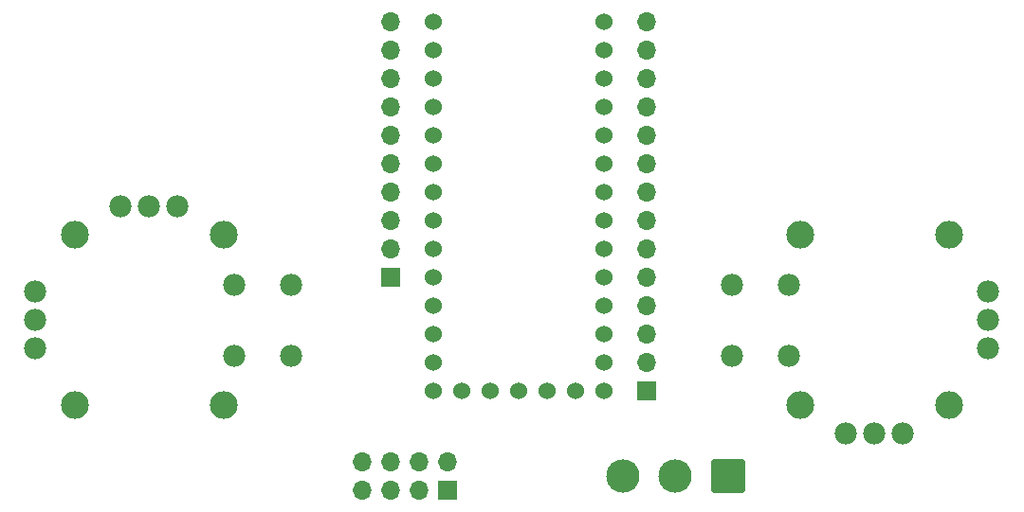
<source format=gbr>
%TF.GenerationSoftware,KiCad,Pcbnew,(6.0.2)*%
%TF.CreationDate,2024-05-20T16:03:31-05:00*%
%TF.ProjectId,Motorized-Commutator-Tx-PCB,4d6f746f-7269-47a6-9564-2d436f6d6d75,rev?*%
%TF.SameCoordinates,Original*%
%TF.FileFunction,Soldermask,Bot*%
%TF.FilePolarity,Negative*%
%FSLAX46Y46*%
G04 Gerber Fmt 4.6, Leading zero omitted, Abs format (unit mm)*
G04 Created by KiCad (PCBNEW (6.0.2)) date 2024-05-20 16:03:31*
%MOMM*%
%LPD*%
G01*
G04 APERTURE LIST*
G04 Aperture macros list*
%AMRoundRect*
0 Rectangle with rounded corners*
0 $1 Rounding radius*
0 $2 $3 $4 $5 $6 $7 $8 $9 X,Y pos of 4 corners*
0 Add a 4 corners polygon primitive as box body*
4,1,4,$2,$3,$4,$5,$6,$7,$8,$9,$2,$3,0*
0 Add four circle primitives for the rounded corners*
1,1,$1+$1,$2,$3*
1,1,$1+$1,$4,$5*
1,1,$1+$1,$6,$7*
1,1,$1+$1,$8,$9*
0 Add four rect primitives between the rounded corners*
20,1,$1+$1,$2,$3,$4,$5,0*
20,1,$1+$1,$4,$5,$6,$7,0*
20,1,$1+$1,$6,$7,$8,$9,0*
20,1,$1+$1,$8,$9,$2,$3,0*%
G04 Aperture macros list end*
%ADD10R,1.700000X1.700000*%
%ADD11O,1.700000X1.700000*%
%ADD12C,1.982000*%
%ADD13C,2.490000*%
%ADD14RoundRect,0.102000X-1.387500X1.387500X-1.387500X-1.387500X1.387500X-1.387500X1.387500X1.387500X0*%
%ADD15C,2.979000*%
%ADD16C,1.530000*%
G04 APERTURE END LIST*
D10*
%TO.C,J3*%
X138405000Y-138420000D03*
D11*
X138405000Y-135880000D03*
X138405000Y-133340000D03*
X138405000Y-130800000D03*
X138405000Y-128260000D03*
X138405000Y-125720000D03*
X138405000Y-123180000D03*
X138405000Y-120640000D03*
X138405000Y-118100000D03*
X138405000Y-115560000D03*
X138405000Y-113020000D03*
X138405000Y-110480000D03*
X138405000Y-107940000D03*
X138405000Y-105400000D03*
%TD*%
D12*
%TO.C,U1*%
X106680000Y-128905000D03*
X106680000Y-135255000D03*
X101600000Y-128905000D03*
X101600000Y-135255000D03*
X83820000Y-129540000D03*
X83820000Y-132080000D03*
X83820000Y-134620000D03*
D13*
X100647500Y-124460000D03*
X87312500Y-124460000D03*
X87312500Y-139700000D03*
X100647500Y-139700000D03*
D12*
X96520000Y-121920000D03*
X93980000Y-121920000D03*
X91440000Y-121920000D03*
%TD*%
D14*
%TO.C,S1*%
X145670000Y-146050000D03*
D15*
X140970000Y-146050000D03*
X136270000Y-146050000D03*
%TD*%
D10*
%TO.C,J1*%
X120650000Y-147320000D03*
D11*
X120650000Y-144780000D03*
X118110000Y-147320000D03*
X118110000Y-144780000D03*
X115570000Y-147320000D03*
X115570000Y-144780000D03*
X113030000Y-147320000D03*
X113030000Y-144780000D03*
%TD*%
D10*
%TO.C,J2*%
X115545000Y-128240000D03*
D11*
X115545000Y-125700000D03*
X115545000Y-123160000D03*
X115545000Y-120620000D03*
X115545000Y-118080000D03*
X115545000Y-115540000D03*
X115545000Y-113000000D03*
X115545000Y-110460000D03*
X115545000Y-107920000D03*
X115545000Y-105380000D03*
%TD*%
D16*
%TO.C,U2*%
X119380000Y-107950000D03*
X119380000Y-110490000D03*
X119380000Y-113030000D03*
X119380000Y-115570000D03*
X124460000Y-138430000D03*
X134620000Y-110490000D03*
X119380000Y-118110000D03*
X119380000Y-120650000D03*
X119380000Y-123190000D03*
X119380000Y-125730000D03*
X119380000Y-128270000D03*
X119380000Y-130810000D03*
X119380000Y-133350000D03*
X119380000Y-135890000D03*
X119380000Y-138430000D03*
X134620000Y-138430000D03*
X134620000Y-135890000D03*
X134620000Y-133350000D03*
X134620000Y-130810000D03*
X134620000Y-128270000D03*
X134620000Y-125730000D03*
X134620000Y-123190000D03*
X134620000Y-120650000D03*
X134620000Y-118110000D03*
X134620000Y-115570000D03*
X134620000Y-113030000D03*
X119380000Y-105410000D03*
X127000000Y-138430000D03*
X134620000Y-107950000D03*
X132080000Y-138430000D03*
X129540000Y-138430000D03*
X121920000Y-138430000D03*
X134620000Y-105410000D03*
%TD*%
D12*
%TO.C,U4*%
X146050000Y-135255000D03*
X146050000Y-128905000D03*
X151130000Y-135255000D03*
X151130000Y-128905000D03*
X168910000Y-134620000D03*
X168910000Y-132080000D03*
X168910000Y-129540000D03*
D13*
X152082500Y-139700000D03*
X165417500Y-139700000D03*
X165417500Y-124460000D03*
X152082500Y-124460000D03*
D12*
X156210000Y-142240000D03*
X158750000Y-142240000D03*
X161290000Y-142240000D03*
%TD*%
M02*

</source>
